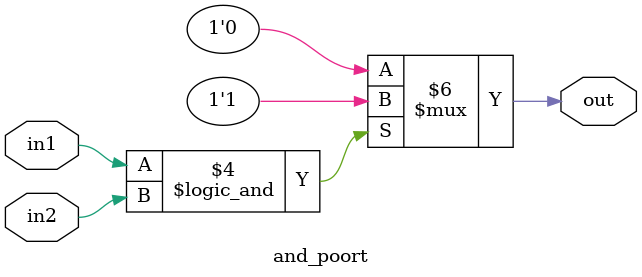
<source format=v>
module and_poort(in1,in2,out);

input in1, in2;
output out;
reg out;
always @(in1 or in2) begin
	if(in1 == 1 && in2 == 1) out = 1;
	else out = 0;
end
endmodule 

</source>
